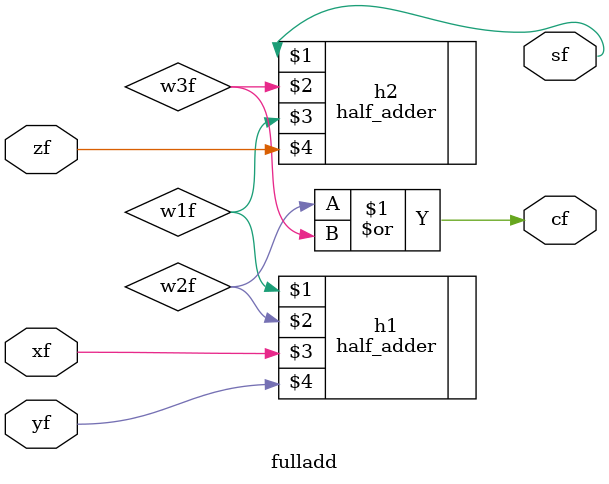
<source format=v>
`timescale 1ns / 1ps

module fulladd(sf,cf,xf,yf,zf);
  output sf,cf;
  input xf,yf,zf;
  wire w1f,w2f,w3f;
  half_adder h1(w1f,w2f,xf,yf);
  half_adder h2(sf,w3f,w1f,zf);
  or h3(cf,w2f,w3f);
endmodule


</source>
